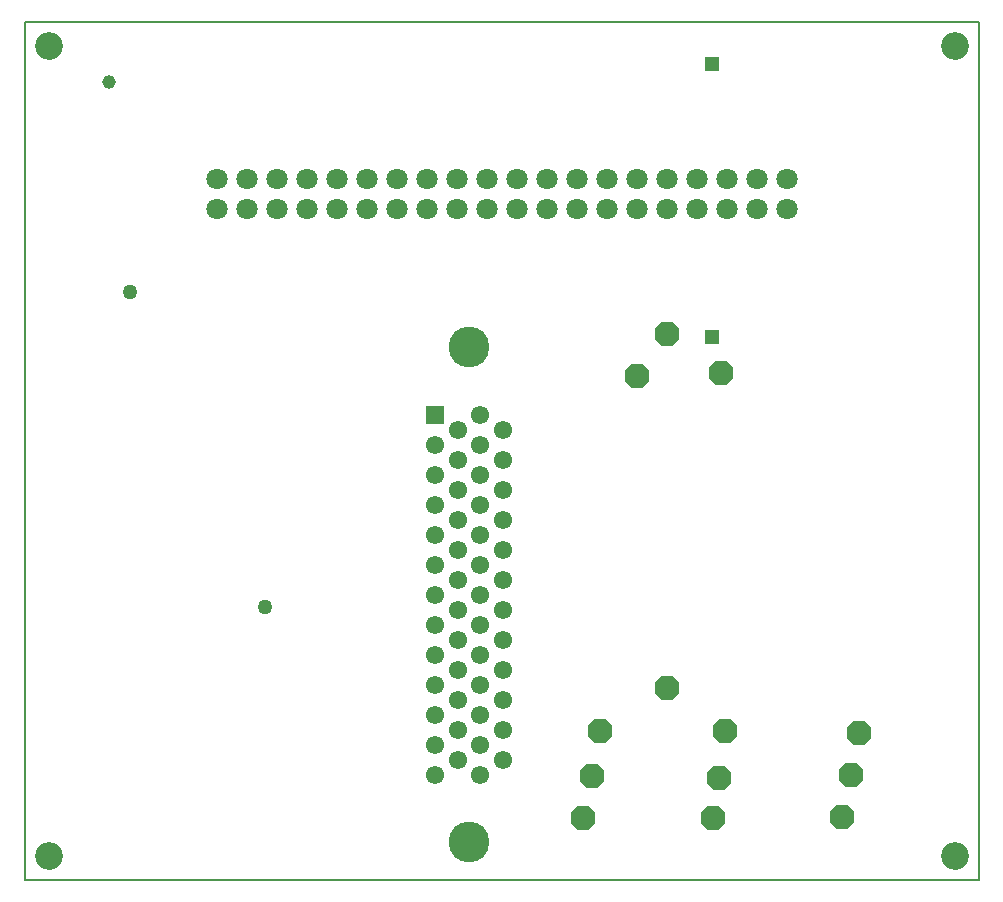
<source format=gbs>
G75*
%MOIN*%
%OFA0B0*%
%FSLAX24Y24*%
%IPPOS*%
%LPD*%
%AMOC8*
5,1,8,0,0,1.08239X$1,22.5*
%
%ADD10C,0.0050*%
%ADD11C,0.0000*%
%ADD12C,0.0926*%
%ADD13OC8,0.0820*%
%ADD14C,0.0710*%
%ADD15R,0.0611X0.0611*%
%ADD16C,0.0611*%
%ADD17C,0.1359*%
%ADD18C,0.0456*%
%ADD19C,0.0496*%
%ADD20R,0.0456X0.0456*%
D10*
X000350Y000350D02*
X000350Y028950D01*
X032150Y028950D01*
X032150Y000350D01*
X000350Y000350D01*
D11*
X000717Y001150D02*
X000719Y001191D01*
X000725Y001232D01*
X000735Y001272D01*
X000748Y001311D01*
X000765Y001348D01*
X000786Y001384D01*
X000810Y001418D01*
X000837Y001449D01*
X000866Y001477D01*
X000899Y001503D01*
X000933Y001525D01*
X000970Y001544D01*
X001008Y001559D01*
X001048Y001571D01*
X001088Y001579D01*
X001129Y001583D01*
X001171Y001583D01*
X001212Y001579D01*
X001252Y001571D01*
X001292Y001559D01*
X001330Y001544D01*
X001366Y001525D01*
X001401Y001503D01*
X001434Y001477D01*
X001463Y001449D01*
X001490Y001418D01*
X001514Y001384D01*
X001535Y001348D01*
X001552Y001311D01*
X001565Y001272D01*
X001575Y001232D01*
X001581Y001191D01*
X001583Y001150D01*
X001581Y001109D01*
X001575Y001068D01*
X001565Y001028D01*
X001552Y000989D01*
X001535Y000952D01*
X001514Y000916D01*
X001490Y000882D01*
X001463Y000851D01*
X001434Y000823D01*
X001401Y000797D01*
X001367Y000775D01*
X001330Y000756D01*
X001292Y000741D01*
X001252Y000729D01*
X001212Y000721D01*
X001171Y000717D01*
X001129Y000717D01*
X001088Y000721D01*
X001048Y000729D01*
X001008Y000741D01*
X000970Y000756D01*
X000934Y000775D01*
X000899Y000797D01*
X000866Y000823D01*
X000837Y000851D01*
X000810Y000882D01*
X000786Y000916D01*
X000765Y000952D01*
X000748Y000989D01*
X000735Y001028D01*
X000725Y001068D01*
X000719Y001109D01*
X000717Y001150D01*
X000717Y028150D02*
X000719Y028191D01*
X000725Y028232D01*
X000735Y028272D01*
X000748Y028311D01*
X000765Y028348D01*
X000786Y028384D01*
X000810Y028418D01*
X000837Y028449D01*
X000866Y028477D01*
X000899Y028503D01*
X000933Y028525D01*
X000970Y028544D01*
X001008Y028559D01*
X001048Y028571D01*
X001088Y028579D01*
X001129Y028583D01*
X001171Y028583D01*
X001212Y028579D01*
X001252Y028571D01*
X001292Y028559D01*
X001330Y028544D01*
X001366Y028525D01*
X001401Y028503D01*
X001434Y028477D01*
X001463Y028449D01*
X001490Y028418D01*
X001514Y028384D01*
X001535Y028348D01*
X001552Y028311D01*
X001565Y028272D01*
X001575Y028232D01*
X001581Y028191D01*
X001583Y028150D01*
X001581Y028109D01*
X001575Y028068D01*
X001565Y028028D01*
X001552Y027989D01*
X001535Y027952D01*
X001514Y027916D01*
X001490Y027882D01*
X001463Y027851D01*
X001434Y027823D01*
X001401Y027797D01*
X001367Y027775D01*
X001330Y027756D01*
X001292Y027741D01*
X001252Y027729D01*
X001212Y027721D01*
X001171Y027717D01*
X001129Y027717D01*
X001088Y027721D01*
X001048Y027729D01*
X001008Y027741D01*
X000970Y027756D01*
X000934Y027775D01*
X000899Y027797D01*
X000866Y027823D01*
X000837Y027851D01*
X000810Y027882D01*
X000786Y027916D01*
X000765Y027952D01*
X000748Y027989D01*
X000735Y028028D01*
X000725Y028068D01*
X000719Y028109D01*
X000717Y028150D01*
X030917Y028150D02*
X030919Y028191D01*
X030925Y028232D01*
X030935Y028272D01*
X030948Y028311D01*
X030965Y028348D01*
X030986Y028384D01*
X031010Y028418D01*
X031037Y028449D01*
X031066Y028477D01*
X031099Y028503D01*
X031133Y028525D01*
X031170Y028544D01*
X031208Y028559D01*
X031248Y028571D01*
X031288Y028579D01*
X031329Y028583D01*
X031371Y028583D01*
X031412Y028579D01*
X031452Y028571D01*
X031492Y028559D01*
X031530Y028544D01*
X031566Y028525D01*
X031601Y028503D01*
X031634Y028477D01*
X031663Y028449D01*
X031690Y028418D01*
X031714Y028384D01*
X031735Y028348D01*
X031752Y028311D01*
X031765Y028272D01*
X031775Y028232D01*
X031781Y028191D01*
X031783Y028150D01*
X031781Y028109D01*
X031775Y028068D01*
X031765Y028028D01*
X031752Y027989D01*
X031735Y027952D01*
X031714Y027916D01*
X031690Y027882D01*
X031663Y027851D01*
X031634Y027823D01*
X031601Y027797D01*
X031567Y027775D01*
X031530Y027756D01*
X031492Y027741D01*
X031452Y027729D01*
X031412Y027721D01*
X031371Y027717D01*
X031329Y027717D01*
X031288Y027721D01*
X031248Y027729D01*
X031208Y027741D01*
X031170Y027756D01*
X031134Y027775D01*
X031099Y027797D01*
X031066Y027823D01*
X031037Y027851D01*
X031010Y027882D01*
X030986Y027916D01*
X030965Y027952D01*
X030948Y027989D01*
X030935Y028028D01*
X030925Y028068D01*
X030919Y028109D01*
X030917Y028150D01*
X030917Y001150D02*
X030919Y001191D01*
X030925Y001232D01*
X030935Y001272D01*
X030948Y001311D01*
X030965Y001348D01*
X030986Y001384D01*
X031010Y001418D01*
X031037Y001449D01*
X031066Y001477D01*
X031099Y001503D01*
X031133Y001525D01*
X031170Y001544D01*
X031208Y001559D01*
X031248Y001571D01*
X031288Y001579D01*
X031329Y001583D01*
X031371Y001583D01*
X031412Y001579D01*
X031452Y001571D01*
X031492Y001559D01*
X031530Y001544D01*
X031566Y001525D01*
X031601Y001503D01*
X031634Y001477D01*
X031663Y001449D01*
X031690Y001418D01*
X031714Y001384D01*
X031735Y001348D01*
X031752Y001311D01*
X031765Y001272D01*
X031775Y001232D01*
X031781Y001191D01*
X031783Y001150D01*
X031781Y001109D01*
X031775Y001068D01*
X031765Y001028D01*
X031752Y000989D01*
X031735Y000952D01*
X031714Y000916D01*
X031690Y000882D01*
X031663Y000851D01*
X031634Y000823D01*
X031601Y000797D01*
X031567Y000775D01*
X031530Y000756D01*
X031492Y000741D01*
X031452Y000729D01*
X031412Y000721D01*
X031371Y000717D01*
X031329Y000717D01*
X031288Y000721D01*
X031248Y000729D01*
X031208Y000741D01*
X031170Y000756D01*
X031134Y000775D01*
X031099Y000797D01*
X031066Y000823D01*
X031037Y000851D01*
X031010Y000882D01*
X030986Y000916D01*
X030965Y000952D01*
X030948Y000989D01*
X030935Y001028D01*
X030925Y001068D01*
X030919Y001109D01*
X030917Y001150D01*
D12*
X031350Y001150D03*
X031350Y028150D03*
X001150Y028150D03*
X001150Y001150D03*
D13*
X018950Y002400D03*
X019250Y003800D03*
X019516Y005300D03*
X021750Y006750D03*
X023700Y005300D03*
X023500Y003750D03*
X023300Y002400D03*
X027600Y002450D03*
X027900Y003850D03*
X028150Y005250D03*
X023550Y017250D03*
X021750Y018550D03*
X020750Y017150D03*
D14*
X020750Y022700D03*
X020750Y023700D03*
X019750Y023700D03*
X019750Y022700D03*
X018750Y022700D03*
X018750Y023700D03*
X017750Y023700D03*
X017750Y022700D03*
X016750Y022700D03*
X016750Y023700D03*
X015750Y023700D03*
X015750Y022700D03*
X014750Y022700D03*
X014750Y023700D03*
X013750Y023700D03*
X013750Y022700D03*
X012750Y022700D03*
X012750Y023700D03*
X011750Y023700D03*
X011750Y022700D03*
X010750Y022700D03*
X010750Y023700D03*
X009750Y023700D03*
X009750Y022700D03*
X008750Y022700D03*
X008750Y023700D03*
X007750Y023700D03*
X007750Y022700D03*
X006750Y022700D03*
X006750Y023700D03*
X021750Y023700D03*
X021750Y022700D03*
X022750Y022700D03*
X022750Y023700D03*
X023750Y023700D03*
X023750Y022700D03*
X024750Y022700D03*
X024750Y023700D03*
X025750Y023700D03*
X025750Y022700D03*
D15*
X014025Y015850D03*
D16*
X014779Y015350D03*
X015527Y015850D03*
X016281Y015350D03*
X015531Y014850D03*
X014781Y014350D03*
X015531Y013850D03*
X014781Y013350D03*
X015531Y012850D03*
X014781Y012350D03*
X015531Y011850D03*
X014781Y011350D03*
X015531Y010850D03*
X014781Y010350D03*
X015531Y009850D03*
X014781Y009350D03*
X015531Y008850D03*
X014781Y008350D03*
X015531Y007850D03*
X014781Y007350D03*
X015531Y006850D03*
X014781Y006350D03*
X015531Y005850D03*
X014781Y005350D03*
X015531Y004850D03*
X014781Y004350D03*
X015531Y003850D03*
X016281Y004350D03*
X016281Y005350D03*
X016281Y006350D03*
X016281Y007350D03*
X016281Y008350D03*
X016281Y009350D03*
X016281Y010350D03*
X016281Y011350D03*
X016281Y012350D03*
X016281Y013350D03*
X016281Y014350D03*
X014031Y013850D03*
X014031Y014850D03*
X014031Y012850D03*
X014031Y011850D03*
X014031Y010850D03*
X014031Y009850D03*
X014031Y008850D03*
X014031Y007850D03*
X014031Y006850D03*
X014031Y005850D03*
X014031Y004850D03*
X014031Y003850D03*
D17*
X015150Y001600D03*
X015150Y018100D03*
D18*
X003150Y026950D03*
D19*
X003850Y019950D03*
X008350Y009450D03*
D20*
X023250Y018450D03*
X023250Y027550D03*
X023250Y027550D03*
M02*

</source>
